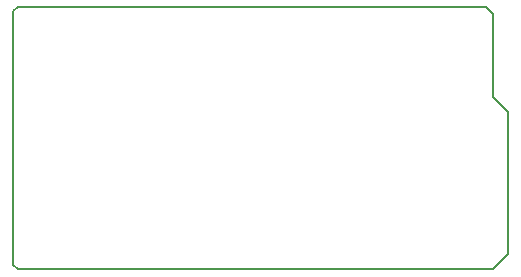
<source format=gm1>
G04 #@! TF.FileFunction,Profile,NP*
%FSLAX46Y46*%
G04 Gerber Fmt 4.6, Leading zero omitted, Abs format (unit mm)*
G04 Created by KiCad (PCBNEW 4.0.6) date 2017 October 10, Tuesday 00:19:03*
%MOMM*%
%LPD*%
G01*
G04 APERTURE LIST*
%ADD10C,0.100000*%
%ADD11C,0.150000*%
G04 APERTURE END LIST*
D10*
D11*
X137160000Y-92075000D02*
X96901000Y-92075000D01*
X96520000Y-70231000D02*
X96520000Y-91694000D01*
X96901000Y-92075000D02*
X96520000Y-91694000D01*
X96901000Y-69850000D02*
X136525000Y-69850000D01*
X96901000Y-69850000D02*
X96520000Y-70231000D01*
X138430000Y-78740000D02*
X138430000Y-85090000D01*
X137160000Y-77470000D02*
X138430000Y-78740000D01*
X138430000Y-90805000D02*
X137160000Y-92075000D01*
X138430000Y-85090000D02*
X138430000Y-90805000D01*
X137160000Y-70485000D02*
X137160000Y-77470000D01*
X136525000Y-69850000D02*
X137160000Y-70485000D01*
M02*

</source>
